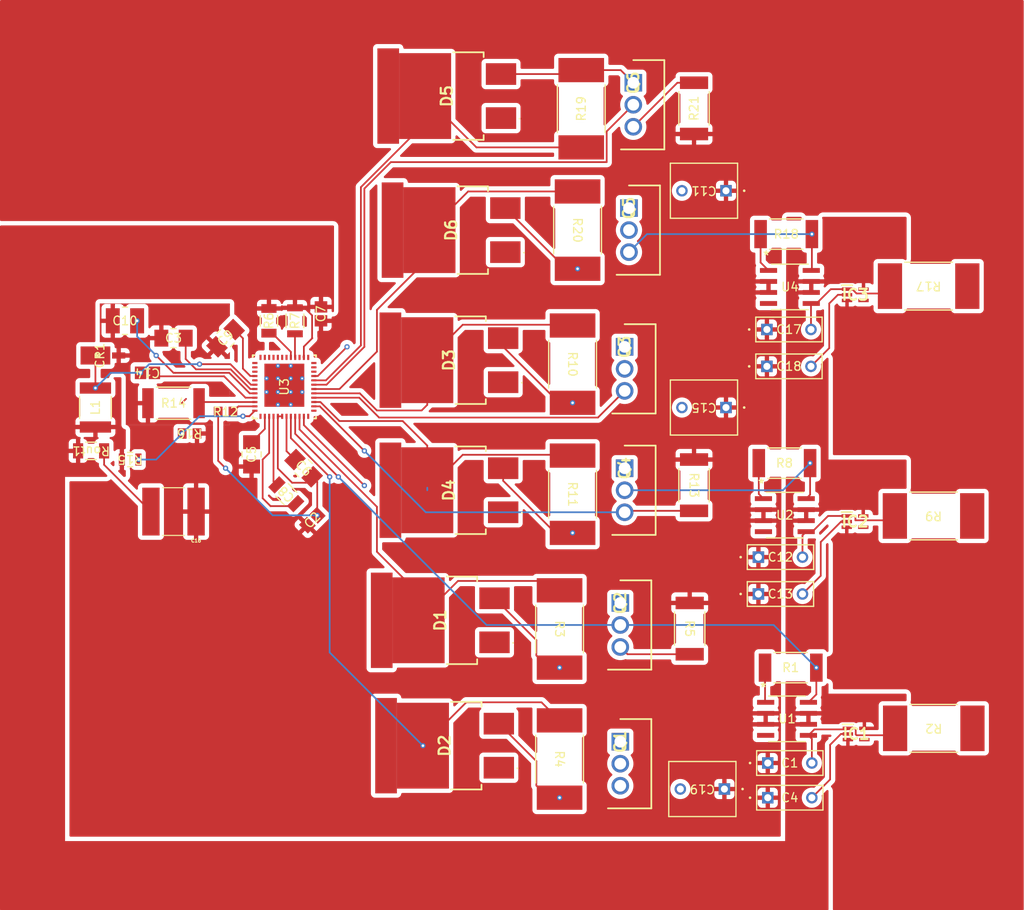
<source format=kicad_pcb>
(kicad_pcb (version 20241229) (generator "pcbnew") (generator_version "9.0")
  (layers (0 "F.Cu" signal) (4 "In1.Cu" signal) (6 "In2.Cu" signal) (2 "B.Cu" signal) (13 "F.Paste" user) (15 "B.Paste" user) (5 "F.SilkS" user "F.Silkscreen") (7 "B.SilkS" user "B.Silkscreen") (1 "F.Mask" user) (3 "B.Mask" user) (25 "Edge.Cuts" user))
  (net 0 "")
  (net 1 "GND")
  (net 2 "Net-(IC3-B)")
  (net 3 "Net-(IC2-B)")
  (net 4 "/ATV Motor Driver/Supply")
  (net 5 "/ATV Motor Driver/SW3")
  (net 6 "/ATV Motor Driver/SW2")
  (net 7 "/ATV Motor Driver/SW1")
  (net 8 "Net-(IC1-B)")
  (net 9 "Net-(D1-A)")
  (net 12 "/ATV Motor Driver/GL_A")
  (net 13 "/ATV Motor Driver/GH_A")
  (net 15 "Net-(D2-A)")
  (net 18 "/ATV Motor Driver/GH_B")
  (net 19 "Net-(D3-A)")
  (net 23 "/ATV Motor Driver/GL_B")
  (net 24 "Net-(D4-A)")
  (net 27 "Net-(D5-A)")
  (net 28 "/ATV Motor Driver/GL_C")
  (net 29 "Net-(D6-A)")
  (net 32 "/ATV Motor Driver/GH_C")
  (net 33 "/ATV Motor Driver/CURRENT_FILTER")
  (net 34 "/ATV Motor Driver/SH_A")
  (net 35 "/ATV Motor Driver/SPA")
  (net 36 "/ATV Motor Driver/SH_B")
  (net 37 "/ATV Motor Driver/SPB")
  (net 38 "/ATV Motor Driver/SH_C")
  (net 39 "/ATV Motor Driver/SPC")
  (net 40 "/ATV Motor Driver/PH_A")
  (net 41 "/ATV Motor Driver/PH_B")
  (net 42 "/ATV Motor Driver/CURRENT_A")
  (net 43 "/ATV Motor Driver/PH_C")
  (net 44 "/ATV Motor Driver/CURRENT_B")
  (net 45 "/ATV Motor Driver/CURRENT_C")
  (net 46 "/DRV8350rhrgzr/Supply")
  (net 47 "Net-(U3-VIN)")
  (net 50 "/DRV8350rhrgzr/SOC")
  (net 51 "/DRV8350rhrgzr/SOA")
  (net 52 "/DRV8350rhrgzr/INLA")
  (net 53 "/DRV8350rhrgzr/SDO")
  (net 54 "/DRV8350rhrgzr/INLB")
  (net 55 "/DRV8350rhrgzr/SOB")
  (net 56 "/DRV8350rhrgzr/INLC")
  (net 57 "/DRV8350rhrgzr/INHA")
  (net 58 "/DRV8350rhrgzr/FAULT")
  (net 59 "/DRV8350rhrgzr/INHC")
  (net 60 "/DRV8350rhrgzr/INHB")
  (net 61 "Net-(U3-VGLS)")
  (net 62 "Net-(U3-VCP)")
  (net 63 "Net-(U3-CPH)")
  (net 64 "Net-(U3-CPL)")
  (net 65 "Net-(U3-VCC)")
  (net 66 "Net-(U3-SW)")
  (net 67 "Net-(U3-BST)")
  (net 68 "Net-(C16-Pad2)")
  (net 69 "Net-(U3-RT_SD)")
  (net 70 "Net-(U3-RCL)")
  (net 71 "Net-(U3-FB)")
  (net 76 "Net-(U3-DVDD)")
  (net 78 "VCC")
  (footprint "ATV_Footprint:RES_VMS-R500-1.0-U_IAT" (layer "F.Cu") (at 108.6411 112)
    (property "Reference" "R1")
    (property "Value" "VMS-R500-1.0-U" (hide yes))
  )
  (footprint "ATV_Footprint:CAP_R82E-7P4X2P6-5P0_KEM" (layer "F.Cu") (at 104.92 99.2556)
    (property "Reference" "C12")
    (property "Value" "R82EC1100AA50J" (hide yes))
  )
  (footprint "ATV_Footprint:RES_3550_TEC" (layer "F.Cu") (at 82 107.54 -90)
    (property "Reference" "R3")
    (property "Value" "35501K0JT" (hide yes))
  )
  (footprint "ATV_Footprint:POWERMITE1_DO-216AA_MIS_MCH" (layer "F.Cu") (at 29.0207 76 90)
    (property "Reference" "CR1")
    (property "Value" "UPS115UE3/TR7" (hide yes))
  )
  (footprint "ATV_Footprint:RES_VMS-R500-1.0-U_IAT" (layer "F.Cu") (at 107.9205 88.4118)
    (property "Reference" "R8")
    (property "Value" "VMS-R500-1.0-U" (hide yes))
  )
  (footprint "ATV_Footprint:CAP_R82E-7P5X6P1-5P0_KEM" (layer "F.Cu") (at 101.1844 82 180)
    (property "Reference" "C15")
    (property "Value" "R82EC4100DQ70J" (hide yes))
  )
  (footprint "ATV_Footprint:CAPC220145_88N_KEM" (layer "F.Cu") (at 34.5 78 180)
    (property "Reference" "C14")
    (property "Value" "C0805C103K1RACAUTO" (hide yes))
  )
  (footprint "ATV_Footprint:RES_3550_TEC" (layer "F.Cu") (at 82 122.54 -90)
    (property "Reference" "R4")
    (property "Value" "35501K0JT" (hide yes))
  )
  (footprint "ATV_Footprint:CAPC370290_115N_KEM" (layer "F.Cu") (at 31.902798 72)
    (property "Reference" "C10")
    (property "Value" "C1210X474K1RACAUTO" (hide yes))
  )
  (footprint "ATV_Footprint:RES_CRCW_0805" (layer "F.Cu") (at 32.5 88 180)
    (property "Reference" "R15")
    (property "Value" "CRCW08053K01FKEA" (hide yes))
  )
  (footprint "ATV_Footprint:CAP_R82E-7P4X2P6-5P0_KEM" (layer "F.Cu") (at 106 123)
    (property "Reference" "C1")
    (property "Value" "R82EC1100AA50J" (hide yes))
  )
  (footprint "ATV_Footprint:TO254P500X1010X2050-3P" (layer "F.Cu") (at 90 59 -90)
    (property "Reference" "Q5")
    (property "Value" "R6020ENXC7G" (hide yes))
  )
  (footprint "ATV_Footprint:RGZ0048L" (layer "F.Cu") (at 50.2763 79.6164 90)
    (property "Reference" "U3")
    (property "Value" "DRV8353RHRGZR" (hide yes))
  )
  (footprint "ATV_Footprint:CAP_R82E-7P4X2P6-5P0_KEM" (layer "F.Cu") (at 104.92 103.5068)
    (property "Reference" "C13")
    (property "Value" "R82EC2150AA50K" (hide yes))
  )
  (footprint "ATV_Footprint:CAPC370195_180N_KEM" (layer "F.Cu") (at 46.5 87.402798 90)
    (property "Reference" "C5")
    (property "Value" "C1206X105K1RACAUTO" (hide yes))
  )
  (footprint "ATV_Footprint:RES_VMS-R500-1.0-U_IAT" (layer "F.Cu") (at 97 107.4967 -90)
    (property "Reference" "R5")
    (property "Value" "VMS-R500-1.0-U" (hide yes))
  )
  (footprint "ATV_Footprint:RES_RMCF1206_STP" (layer "F.Cu") (at 28.0014 87 180)
    (property "Reference" "Rout1")
    (property "Value" "RMCF1206FT3R00" (hide yes))
  )
  (footprint "ATV_Footprint:RES_RMCF2512_STP" (layer "F.Cu") (at 37.5 81.5)
    (property "Reference" "R14")
    (property "Value" "RMCF2512FT332K" (hide yes))
  )
  (footprint "ATV_Footprint:RES_3550_TEC" (layer "F.Cu") (at 125.1344 119 180)
    (property "Reference" "R2")
    (property "Value" "35501K0JT" (hide yes))
  )
  (footprint "ATV_Footprint:CAPC6153X670N" (layer "F.Cu") (at 37.5 94 180)
    (property "Reference" "C16")
    (property "Value" "KRM55WR72A226MH01L" (hide yes))
  )
  (footprint "ATV_Footprint:TO254P500X1010X2050-3P" (layer "F.Cu") (at 90.5 44.5423 -90)
    (property "Reference" "Q6")
    (property "Value" "R6020ENXC7G" (hide yes))
  )
  (footprint "ATV_Footprint:TO254P500X1010X2050-3P" (layer "F.Cu") (at 89.5 89 -90)
    (property "Reference" "Q4")
    (property "Value" "R6020ENXC7G" (hide yes))
  )
  (footprint "ATV_Footprint:CAPC370195_180N_KEM" (layer "F.Cu") (at 43.5 74 45)
    (property "Reference" "C9")
    (property "Value" "C1206X105K1RACAUTO" (hide yes))
  )
  (footprint "ATV_Footprint:SOT65P210X110-5N" (layer "F.Cu") (at 116.0846 69)
    (property "Reference" "IC3")
    (property "Value" "SN74LVC1G66DCKR" (hide yes))
  )
  (footprint "ATV_Footprint:YQ30NL10SEFHTL" (layer "F.Cu") (at 68.5 121 90)
    (property "Reference" "D2")
    (property "Value" "YQ20NL10SDTL" (hide yes))
  )
  (footprint "ATV_Footprint:R_8_ADI" (layer "F.Cu") (at 108.2206 117.905)
    (property "Reference" "U1")
    (property "Value" "AD8418WBRZ" (hide yes))
  )
  (footprint "ATV_Footprint:YQ30NL10SEFHTL" (layer "F.Cu") (at 69 91.54 90)
    (property "Reference" "D4")
    (property "Value" "YQ20NL10SDTL" (hide yes))
  )
  (footprint "ATV_Footprint:SOT65P210X110-5N" (layer "F.Cu") (at 116.1844 119.65)
    (property "Reference" "IC1")
    (property "Value" "SN74LVC1G66DCKR" (hide yes))
  )
  (footprint "ATV_Footprint:RC0805N_PAN" (layer "F.Cu") (at 39.352799 85 180)
    (property "Reference" "R16")
    (property "Value" "ERA-6AEB102V" (hide yes))
  )
  (footprint "ATV_Footprint:RES_3550_TEC" (layer "F.Cu") (at 83.5 77 -90)
    (property "Reference" "R10")
    (property "Value" "35501K0JT" (hide yes))
  )
  (footprint "ATV_Footprint:CAPC220145_110N_KEM" (layer "F.Cu") (at 54.5 71.197201 90)
    (property "Reference" "C7")
    (property "Value" "C0805C104K1RECAUTO" (hide yes))
  )
  (footprint "ATV_Footprint:YQ30NL10SEFHTL" (layer "F.Cu") (at 69 76.54 90)
    (property "Reference" "D3")
    (property "Value" "YQ20NL10SDTL" (hide yes))
  )
  (footprint "ATV_Footprint:CAPC220145_110N_KEM" (layer "F.Cu") (at 53.5 95 45)
    (property "Reference" "C2")
    (property "Value" "C0805C104K1RECAUTO" (hide yes))
  )
  (footprint "ATV_Footprint:RES_3550_TEC" (layer "F.Cu") (at 125.1044 94.5068 180)
    (property "Reference" "R9")
    (property "Value" "35501K0JT" (hide yes))
  )
  (footprint "ATV_Footprint:TO254P500X1010X2050-3P" (layer "F.Cu") (at 89 104.54 -90)
    (property "Reference" "Q2")
    (property "Value" "R6020ENXC7G" (hide yes))
  )
  (footprint "ATV_Footprint:YQ30NL10SEFHTL" (layer "F.Cu") (at 69.25 61.54 90)
    (property "Reference" "D6")
    (property "Value" "YQ20NL10SDTL" (hide yes))
  )
  (footprint "ATV_Footprint:R_8_ADI" (layer "F.Cu") (at 108.5484 68.095)
    (property "Reference" "U4")
    (property "Value" "AD8418WBRZ" (hide yes))
  )
  (footprint "ATV_Footprint:RES_VMS-R500-1.0-U_IAT" (layer "F.Cu") (at 108.1279 62)
    (property "Reference" "R18")
    (property "Value" "VMS-R500-1.0-U" (hide yes))
  )
  (footprint "ATV_Footprint:CAPC370195_180N_KEM" (layer "F.Cu") (at 52.491928 88.991928 -45)
    (property "Reference" "C6")
    (property "Value" "C1206X105K1RACAUTO" (hide yes))
  )
  (footprint "ATV_Footprint:R_8_ADI" (layer "F.Cu") (at 107.9638 94.4118)
    (property "Reference" "U2")
    (property "Value" "AD8418WBRZ" (hide yes))
  )
  (footprint "ATV_Footprint:STA_RMCF1206_STP" (layer "F.Cu") (at 48.5 72 90)
    (property "Reference" "R6")
    (property "Value" "RMCF1206JT1K00" (hide yes))
  )
  (footprint "ATV_Footprint:YQ30NL10SEFHTL" (layer "F.Cu") (at 68.75 46.08 90)
    (property "Reference" "D5")
    (property "Value" "YQ20NL10SDTL" (hide yes))
  )
  (footprint "ATV_Footprint:RES_3550_TEC" (layer "F.Cu") (at 83.5 92 -90)
    (property "Reference" "R11")
    (property "Value" "35501K0JT" (hide yes))
  )
  (footprint "ATV_Footprint:CAP_R82E-7P4X2P6-5P0_KEM" (layer "F.Cu") (at 105.9002 77.2512)
    (property "Reference" "C18")
    (property "Value" "R82EC2150AA50K" (hide yes))
  )
  (footprint "ATV_Footprint:RES_VMS-R500-1.0-U_IAT" (layer "F.Cu") (at 97.5 90.9567 -90)
    (property "Reference" "R13")
    (property "Value" "VMS-R500-1.0-U" (hide yes))
  )
  (footprint "ATV_Footprint:CAP_R82E-7P4X2P6-5P0_KEM" (layer "F.Cu") (at 106 127)
    (property "Reference" "C4")
    (property "Value" "R82EC2150AA50K" (hide yes))
  )
  (footprint "ATV_Footprint:IND_EPCOS_B82432T_EPC" (layer "F.Cu") (at 28.5 82 90)
    (property "Reference" "L1")
    (property "Value" "B82432T1274K000" (hide yes))
  )
  (footprint "ATV_Footprint:CAPC370195_180N_KEM" (layer "F.Cu") (at 37.5 74)
    (property "Reference" "C3")
    (property "Value" "C1206X105K1RACAUTO" (hide yes))
  )
  (footprint "ATV_Footprint:YQ30NL10SEFHTL" (layer "F.Cu") (at 68 106.54 90)
    (property "Reference" "D1")
    (property "Value" "YQ20NL10SDTL" (hide yes))
  )
  (footprint "ATV_Footprint:RC0805N_PAN" (layer "F.Cu") (at 43.5 82.5)
    (property "Reference" "R12")
    (property "Value" "ERJ-6ENF3243V" (hide yes))
  )
  (footprint "ATV_Footprint:TO254P500X1010X2050-3P" (layer "F.Cu") (at 89.5 75 -90)
    (property "Reference" "Q3")
    (property "Value" "R6020ENXC7G" (hide yes))
  )
  (footprint "ATV_Footprint:SOT65P210X110-5N" (layer "F.Cu") (at 116.0544 95.1568)
    (property "Reference" "IC2")
    (property "Value" "SN74LVC1G66DCKR" (hide yes))
  )
  (footprint "ATV_Footprint:RES_VMS-R500-1.0-U_IAT" (layer "F.Cu") (at 97.5 47.499 90)
    (property "Reference" "R21")
    (property "Value" "VMS-R500-1.0-U" (hide yes))
  )
  (footprint "ATV_Footprint:STA_RNCF1206_STP" (layer "F.Cu") (at 51.5 72 90)
    (property "Reference" "R7")
    (property "Value" "RNCF1206TKY10K0" (hide yes))
  )
  (footprint "ATV_Footprint:CAPC340180_180N_KEM" (layer "F.Cu") (at 50.5 92 135)
    (property "Reference" "C8")
    (property "Value" "C1206C474K1RECAUTO" (hide yes))
  )
  (footprint "ATV_Footprint:RES_3550_TEC" (layer "F.Cu") (at 124.5423 68 180)
    (property "Reference" "R17")
    (property "Value" "35501K0JT" (hide yes))
  )
  (footprint "ATV_Footprint:RES_3550_TEC" (layer "F.Cu") (at 84.075 61.54 -90)
    (property "Reference" "R20")
    (property "Value" "35501K0JT" (hide yes))
  )
  (footprint "ATV_Footprint:CAP_R82E-7P5X6P1-5P0_KEM" (layer "F.Cu") (at 101 126 180)
    (property "Reference" "C19")
    (property "Value" "R82EC4100DQ70J" (hide yes))
  )
  (footprint "ATV_Footprint:TO254P500X1010X2050-3P" (layer "F.Cu") (at 89 120.54 -90)
    (property "Reference" "Q1")
    (property "Value" "R6020ENXC7G" (hide yes))
  )
  (footprint "ATV_Footprint:RES_3550_TEC" (layer "F.Cu") (at 84.5 47.5423 90)
    (property "Reference" "R19")
    (property "Value" "35501K0JT" (hide yes))
  )
  (footprint "ATV_Footprint:CAP_R82E-7P5X6P1-5P0_KEM" (layer "F.Cu") (at 101.1844 57 180)
    (property "Reference" "C11")
    (property "Value" "R82EC4100DQ70J" (hide yes))
  )
  (footprint "ATV_Footprint:CAP_R82E-7P4X2P6-5P0_KEM" (layer "F.Cu") (at 105.9002 73)
    (property "Reference" "C17")
    (property "Value" "R82EC1100AA50J" (hide yes))
  )
  (segment (start 42.508072 74.991928) (end 42.508072 75.08727) (width 0.2) (layer "F.Cu") (net 1))
  (segment (start 115.1346 69) (end 114.0846 69) (width 0.2) (layer "F.Cu") (net 2))
  (segment (start 113.0846 70) (end 113.0846 75.1468) (width 0.2) (layer "F.Cu") (net 2))
  (segment (start 114.0846 69) (end 113.0846 70) (width 0.2) (layer "F.Cu") (net 2))
  (segment (start 113.0846 75.1468) (end 110.9802 77.2512) (width 0.2) (layer "F.Cu") (net 2))
  (segment (start 112.1044 97.5068) (end 114.4544 95.1568) (width 0.2) (layer "F.Cu") (net 3))
  (segment (start 114.4544 95.1568) (end 115.1044 95.1568) (width 0.2) (layer "F.Cu") (net 3))
  (segment (start 112.1044 101.4024) (end 112.1044 97.5068) (width 0.2) (layer "F.Cu") (net 3))
  (segment (start 110 103.5068) (end 112.1044 101.4024) (width 0.2) (layer "F.Cu") (net 3))
  (segment (start 119.2336 68.851) (end 120.0846 68) (width 0.2) (layer "F.Cu") (net 5))
  (segment (start 111.6142 70) (end 111.0122 70) (width 0.2) (layer "F.Cu") (net 5))
  (segment (start 120.0846 68) (end 119.9336 67.849) (width 0.2) (layer "F.Cu") (net 5))
  (segment (start 116.2356 68.851) (end 119.2336 68.851) (width 0.2) (layer "F.Cu") (net 5))
  (segment (start 111.0122 70) (end 111.7234 70) (width 0.2) (layer "F.Cu") (net 5))
  (segment (start 110.9802 73) (end 110.9802 70.032) (width 0.2) (layer "F.Cu") (net 5))
  (segment (start 110.9802 70.032) (end 111.0122 70) (width 0.2) (layer "F.Cu") (net 5))
  (segment (start 113.2642 68.35) (end 111.6142 70) (width 0.2) (layer "F.Cu") (net 5))
  (segment (start 115.7346 68.35) (end 116.2356 68.851) (width 0.2) (layer "F.Cu") (net 5))
  (segment (start 115.1346 68.35) (end 113.2642 68.35) (width 0.2) (layer "F.Cu") (net 5))
  (segment (start 115.1346 68.35) (end 115.7346 68.35) (width 0.2) (layer "F.Cu") (net 5))
  (segment (start 116.1034 94.5068) (end 116.1034 95.0078) (width 0.2) (layer "F.Cu") (net 6))
  (segment (start 115.1044 94.5068) (end 116.1034 94.5068) (width 0.2) (layer "F.Cu") (net 6))
  (segment (start 110.4276 96.3168) (end 111.1388 96.3168) (width 0.2) (layer "F.Cu") (net 6))
  (segment (start 110 96.7444) (end 110.4276 96.3168) (width 0.2) (layer "F.Cu") (net 6))
  (segment (start 111.1388 96.3168) (end 112.9488 94.5068) (width 0.2) (layer "F.Cu") (net 6))
  (segment (start 112.9488 94.5068) (end 115.1044 94.5068) (width 0.2) (layer "F.Cu") (net 6))
  (segment (start 110 99.2556) (end 110 96.7444) (width 0.2) (layer "F.Cu") (net 6))
  (segment (start 116.1034 95.0078) (end 120.1457 95.0078) (width 0.2) (layer "F.Cu") (net 6))
  (segment (start 120.1457 95.0078) (end 120.6467 94.5068) (width 0.2) (layer "F.Cu") (net 6))
  (segment (start 111.08 123) (end 111.08 120.2056) (width 0.2) (layer "F.Cu") (net 7))
  (segment (start 111.08 120.2056) (end 110.6844 119.81) (width 0.2) (layer "F.Cu") (net 7))
  (segment (start 110.6844 119.81) (end 111.3956 119.81) (width 0.2) (layer "F.Cu") (net 7))
  (segment (start 116.2374 119.799) (end 116.1354 119.697) (width 0.2) (layer "F.Cu") (net 7))
  (segment (start 116.1354 119.697) (end 116.1354 119.101) (width 0.2) (layer "F.Cu") (net 7))
  (segment (start 115.114 119.1204) (end 111.374 119.1204) (width 0.2) (layer "F.Cu") (net 7))
  (segment (start 119.8777 119.799) (end 116.2374 119.799) (width 0.2) (layer "F.Cu") (net 7))
  (segment (start 115.2344 119) (end 115.114 119.1204) (width 0.2) (layer "F.Cu") (net 7))
  (segment (start 111.374 119.1204) (end 110.6844 119.81) (width 0.2) (layer "F.Cu") (net 7))
  (segment (start 116.1354 119.101) (end 116.0344 119) (width 0.2) (layer "F.Cu") (net 7))
  (segment (start 120.6767 119) (end 119.8777 119.799) (width 0.2) (layer "F.Cu") (net 7))
  (segment (start 116.0344 119) (end 115.2344 119) (width 0.2) (layer "F.Cu") (net 7))
  (segment (start 114.4344 119.65) (end 113.1844 120.9) (width 0.2) (layer "F.Cu") (net 8))
  (segment (start 113.1844 124.8956) (end 111.08 127) (width 0.2) (layer "F.Cu") (net 8))
  (segment (start 115.2344 119.65) (end 114.4344 119.65) (width 0.2) (layer "F.Cu") (net 8))
  (segment (start 113.1844 120.9) (end 113.1844 124.8956) (width 0.2) (layer "F.Cu") (net 8))
  (segment (start 79.3209 110.591736) (end 80.726864 111.9977) (width 0.2) (layer "F.Cu") (net 9))
  (segment (start 74.5 104) (end 79.3209 108.8209) (width 0.2) (layer "F.Cu") (net 9))
  (segment (start 80.726864 111.9977) (end 82 111.9977) (width 0.2) (layer "F.Cu") (net 9))
  (segment (start 79.3209 108.8209) (end 79.3209 110.591736) (width 0.2) (layer "F.Cu") (net 9))
  (via (at 82 111.9977) (size 0.6) (drill 0.3) (layers "F.Cu" "B.Cu") (net 9))
  (segment (start 70.29 102) (end 80.9177 102) (width 0.2) (layer "F.Cu") (net 12))
  (segment (start 65.75 106.54) (end 70.29 102) (width 0.2) (layer "F.Cu") (net 12))
  (segment (start 60.949 98.637) (end 65.75 103.438) (width 0.2) (layer "F.Cu") (net 12))
  (segment (start 52.026302 84.526302) (end 60.949 93.449) (width 0.2) (layer "F.Cu") (net 12))
  (segment (start 65.75 103.438) (end 65.75 106.54) (width 0.2) (layer "F.Cu") (net 12))
  (segment (start 60.949 93.449) (end 60.949 98.637) (width 0.2) (layer "F.Cu") (net 12))
  (segment (start 80.9177 102) (end 82 103.0823) (width 0.2) (layer "F.Cu") (net 12))
  (segment (start 52.026302 83.016401) (end 52.026302 84.526302) (width 0.2) (layer "F.Cu") (net 12))
  (segment (start 51.026301 83.016401) (end 51.026301 85.526301) (width 0.2) (layer "F.Cu") (net 13))
  (segment (start 51.026301 85.526301) (end 55.5 90) (width 0.2) (layer "F.Cu") (net 13))
  (segment (start 71.25 116) (end 66.25 121) (width 0.2) (layer "F.Cu") (net 13))
  (segment (start 79.9177 116) (end 71.25 116) (width 0.2) (layer "F.Cu") (net 13))
  (segment (start 82 118.0823) (end 79.9177 116) (width 0.2) (layer "F.Cu") (net 13))
  (via (at 55.5 90) (size 0.6) (drill 0.3) (layers "F.Cu" "B.Cu") (net 13))
  (via (at 66.25 121) (size 0.6) (drill 0.3) (layers "F.Cu" "B.Cu") (net 13))
  (segment (start 55.5 110.25) (end 66.25 121) (width 0.2) (layer "B.Cu") (net 13))
  (segment (start 55.5 90) (end 55.5 110.25) (width 0.2) (layer "B.Cu") (net 13))
  (segment (start 75 118.46) (end 79.3209 122.7809) (width 0.2) (layer "F.Cu") (net 15))
  (segment (start 79.3209 122.7809) (end 79.3209 125.591736) (width 0.2) (layer "F.Cu") (net 15))
  (segment (start 79.3209 125.591736) (end 80.726864 126.9977) (width 0.2) (layer "F.Cu") (net 15))
  (segment (start 80.726864 126.9977) (end 82 126.9977) (width 0.2) (layer "F.Cu") (net 15))
  (via (at 82 126.9977) (size 0.6) (drill 0.3) (layers "F.Cu" "B.Cu") (net 15))
  (segment (start 83.4067 72.449) (end 70.841 72.449) (width 0.2) (layer "F.Cu") (net 18))
  (segment (start 60.949 82.341) (end 66.099 82.341) (width 0.2) (layer "F.Cu") (net 18))
  (segment (start 66.75 81.69) (end 66.75 76.54) (width 0.2) (layer "F.Cu") (net 18))
  (segment (start 58.974398 80.366398) (end 60.949 82.341) (width 0.2) (layer "F.Cu") (net 18))
  (segment (start 53.676301 80.366398) (end 58.974398 80.366398) (width 0.2) (layer "F.Cu") (net 18))
  (segment (start 70.841 72.449) (end 66.75 76.54) (width 0.2) (layer "F.Cu") (net 18))
  (segment (start 66.099 82.341) (end 66.75 81.69) (width 0.2) (layer "F.Cu") (net 18))
  (segment (start 83.5 72.5423) (end 83.4067 72.449) (width 0.2) (layer "F.Cu") (net 18))
  (segment (start 81.9577 81.4577) (end 83.5 81.4577) (width 0.2) (layer "F.Cu") (net 19))
  (segment (start 75.5 75) (end 81.9577 81.4577) (width 0.2) (layer "F.Cu") (net 19))
  (segment (start 75.5 74) (end 75.5 75) (width 0.2) (layer "F.Cu") (net 19))
  (via (at 83.5 81.4577) (size 0.6) (drill 0.3) (layers "F.Cu" "B.Cu") (net 19))
  (segment (start 83.5 87.5423) (end 83.4067 87.449) (width 0.2) (layer "F.Cu") (net 23))
  (segment (start 63.9167 83.5567) (end 56.6238 83.5567) (width 0.2) (layer "F.Cu") (net 23))
  (segment (start 66.75 86.39) (end 63.9167 83.5567) (width 0.2) (layer "F.Cu") (net 23))
  (segment (start 66.75 91.54) (end 66.75 86.39) (width 0.2) (layer "F.Cu") (net 23))
  (segment (start 83.4067 87.449) (end 70.841 87.449) (width 0.2) (layer "F.Cu") (net 23))
  (segment (start 56.6238 83.5567) (end 54.433499 81.366399) (width 0.2) (layer "F.Cu") (net 23))
  (segment (start 54.433499 81.366399) (end 53.676301 81.366399) (width 0.2) (layer "F.Cu") (net 23))
  (segment (start 70.841 87.449) (end 66.75 91.54) (width 0.2) (layer "F.Cu") (net 23))
  (segment (start 66.75 91.25) (end 66.75 91.54) (width 0.2) (layer "B.Cu") (net 23))
  (segment (start 81.5077 96.4577) (end 83.5 96.4577) (width 0.2) (layer "F.Cu") (net 24))
  (segment (start 75.5 89) (end 75.5 90.45) (width 0.2) (layer "F.Cu") (net 24))
  (segment (start 75.5 90.45) (end 81.5077 96.4577) (width 0.2) (layer "F.Cu") (net 24))
  (via (at 83.5 96.4577) (size 0.6) (drill 0.3) (layers "F.Cu" "B.Cu") (net 24))
  (segment (start 75.25 43.54) (end 84.0446 43.54) (width 0.2) (layer "F.Cu") (net 27))
  (segment (start 89.0423 43.0846) (end 90.5 44.5423) (width 0.2) (layer "F.Cu") (net 27))
  (segment (start 84.0446 43.54) (end 84.5 43.0846) (width 0.2) (layer "F.Cu") (net 27))
  (segment (start 84.5 43.0846) (end 89.0423 43.0846) (width 0.2) (layer "F.Cu") (net 27))
  (segment (start 72.42 52) (end 66.5 46.08) (width 0.2) (layer "F.Cu") (net 28))
  (segment (start 66.5 49.182) (end 59.099 56.583) (width 0.2) (layer "F.Cu") (net 28))
  (segment (start 59.099 56.583) (end 59.099 74.8339) (width 0.2) (layer "F.Cu") (net 28))
  (segment (start 59.099 74.8339) (end 55.066501 78.866399) (width 0.2) (layer "F.Cu") (net 28))
  (segment (start 66.5 46.08) (end 66.5 49.182) (width 0.2) (layer "F.Cu") (net 28))
  (segment (start 84.5 52) (end 72.42 52) (width 0.2) (layer "F.Cu") (net 28))
  (segment (start 55.066501 78.866399) (end 53.676301 78.866399) (width 0.2) (layer "F.Cu") (net 28))
  (segment (start 82.7477 65.9977) (end 84.075 65.9977) (width 0.2) (layer "F.Cu") (net 29))
  (segment (start 75.75 59) (end 82.7477 65.9977) (width 0.2) (layer "F.Cu") (net 29))
  (via (at 84.075 65.9977) (size 0.6) (drill 0.3) (layers "F.Cu" "B.Cu") (net 29))
  (segment (start 71.4577 57.0823) (end 84.075 57.0823) (width 0.2) (layer "F.Cu") (net 32))
  (segment (start 60.949 75.551) (end 60.949 70.739) (width 0.2) (layer "F.Cu") (net 32))
  (segment (start 56.6336 79.8664) (end 60.949 75.551) (width 0.2) (layer "F.Cu") (net 32))
  (segment (start 67 61.54) (end 71.4577 57.0823) (width 0.2) (layer "F.Cu") (net 32))
  (segment (start 67 64.688) (end 67 61.54) (width 0.2) (layer "F.Cu") (net 32))
  (segment (start 60.949 70.739) (end 67 64.688) (width 0.2) (layer "F.Cu") (net 32))
  (segment (start 53.676301 79.8664) (end 56.6336 79.8664) (width 0.2) (layer "F.Cu") (net 32))
  (segment (start 51.5263 83.016401) (end 51.5263 85.0263) (width 0.2) (layer "F.Cu") (net 34))
  (segment (start 111.5978 115.0866) (end 111.5978 112) (width 0.2) (layer "F.Cu") (net 34))
  (segment (start 51.5263 85.0263) (end 56.5 90) (width 0.2) (layer "F.Cu") (net 34))
  (segment (start 110.6844 116) (end 111.5978 115.0866) (width 0.2) (layer "F.Cu") (net 34))
  (via (at 111.5978 112) (size 0.6) (drill 0.3) (layers "F.Cu" "B.Cu") (net 34))
  (via (at 56.5 90) (size 0.6) (drill 0.3) (layers "F.Cu" "B.Cu") (net 34))
  (segment (start 106.6778 107.08) (end 111.5978 112) (width 0.2) (layer "B.Cu") (net 34))
  (segment (start 56.5 90) (end 73.58 107.08) (width 0.2) (layer "B.Cu") (net 34))
  (segment (start 89 107.08) (end 106.6778 107.08) (width 0.2) (layer "B.Cu") (net 34))
  (segment (start 73.58 107.08) (end 89 107.08) (width 0.2) (layer "B.Cu") (net 34))
  (segment (start 52.526301 84.026301) (end 59.5 91) (width 0.2) (layer "F.Cu") (net 35))
  (segment (start 97 110.4534) (end 89.8334 110.4534) (width 0.2) (layer "F.Cu") (net 35))
  (segment (start 52.526301 83.016401) (end 52.526301 84.026301) (width 0.2) (layer "F.Cu") (net 35))
  (segment (start 89.8334 110.4534) (end 89 109.62) (width 0.2) (layer "F.Cu") (net 35))
  (via (at 59.5 91) (size 0.6) (drill 0.3) (layers "F.Cu" "B.Cu") (net 35))
  (segment (start 53.676301 80.8664) (end 58.9073 80.8664) (width 0.2) (layer "F.Cu") (net 36))
  (segment (start 110.8772 88.4118) (end 110.8772 92.0572) (width 0.2) (layer "F.Cu") (net 36))
  (segment (start 58.9073 80.8664) (end 61.1966 83.1557) (width 0.2) (layer "F.Cu") (net 36))
  (segment (start 110.8772 92.0572) (end 110.4276 92.5068) (width 0.2) (layer "F.Cu") (net 36))
  (segment (start 61.1966 83.1557) (end 86.4243 83.1557) (width 0.2) (layer "F.Cu") (net 36))
  (segment (start 86.4243 83.1557) (end 89.5 80.08) (width 0.2) (layer "F.Cu") (net 36))
  (via (at 110.8772 88.4118) (size 0.6) (drill 0.3) (layers "F.Cu" "B.Cu") (net 36))
  (segment (start 107.749 91.54) (end 110.8772 88.4118) (width 0.2) (layer "B.Cu") (net 36))
  (segment (start 89.5 91.54) (end 107.749 91.54) (width 0.2) (layer "B.Cu") (net 36))
  (segment (start 54.366401 81.866401) (end 59.5 87) (width 0.2) (layer "F.Cu") (net 37))
  (segment (start 97.5 93.9134) (end 89.6666 93.9134) (width 0.2) (layer "F.Cu") (net 37))
  (segment (start 53.676301 81.866401) (end 54.366401 81.866401) (width 0.2) (layer "F.Cu") (net 37))
  (segment (start 89.6666 93.9134) (end 89.5 94.08) (width 0.2) (layer "F.Cu") (net 37))
  (via (at 59.5 87) (size 0.6) (drill 0.3) (layers "F.Cu" "B.Cu") (net 37))
  (segment (start 59.5 87) (end 66.58 94.08) (width 0.2) (layer "B.Cu") (net 37))
  (segment (start 66.58 94.08) (end 89.5 94.08) (width 0.2) (layer "B.Cu") (net 37))
  (segment (start 111.0846 62) (end 111.0846 66.1176) (width 0.2) (layer "F.Cu") (net 38))
  (segment (start 55.1336 79.3664) (end 59.5 75) (width 0.2) (layer "F.Cu") (net 38))
  (segment (start 87.4299 53.698) (end 87.4299 50.1524) (width 0.2) (layer "F.Cu") (net 38))
  (segment (start 59.5 75) (end 59.5 56.7491) (width 0.2) (layer "F.Cu") (net 38))
  (segment (start 62.5511 53.698) (end 87.4299 53.698) (width 0.2) (layer "F.Cu") (net 38))
  (segment (start 87.4299 50.1524) (end 90.5 47.0823) (width 0.2) (layer "F.Cu") (net 38))
  (segment (start 59.5 56.7491) (end 62.5511 53.698) (width 0.2) (layer "F.Cu") (net 38))
  (segment (start 53.676301 79.3664) (end 55.1336 79.3664) (width 0.2) (layer "F.Cu") (net 38))
  (segment (start 111.0846 66.1176) (end 111.0122 66.19) (width 0.2) (layer "F.Cu") (net 38))
  (via (at 111.0846 62) (size 0.6) (drill 0.3) (layers "F.Cu" "B.Cu") (net 38))
  (segment (start 92.08 62) (end 111.0846 62) (width 0.2) (layer "B.Cu") (net 38))
  (segment (start 90 64.08) (end 92.08 62) (width 0.2) (layer "B.Cu") (net 38))
  (segment (start 57.5 75) (end 54.1336 78.3664) (width 0.2) (layer "F.Cu") (net 39))
  (segment (start 54.1336 78.3664) (end 53.676301 78.3664) (width 0.2) (layer "F.Cu") (net 39))
  (segment (start 90.5 49.6223) (end 95.58 44.5423) (width 0.2) (layer "F.Cu") (net 39))
  (segment (start 95.58 44.5423) (end 97.5 44.5423) (width 0.2) (layer "F.Cu") (net 39))
  (via (at 57.5 75) (size 0.6) (drill 0.3) (layers "F.Cu" "B.Cu") (net 39))
  (segment (start 105.6844 112) (end 105.6844 115.9276) (width 0.2) (layer "F.Cu") (net 40))
  (segment (start 105.6844 115.9276) (end 105.7568 116) (width 0.2) (layer "F.Cu") (net 40))
  (segment (start 104.9638 88.4118) (end 104.9638 91.9706) (width 0.2) (layer "F.Cu") (net 41))
  (segment (start 104.9638 91.9706) (end 105.5 92.5068) (width 0.2) (layer "F.Cu") (net 41))
  (segment (start 105.1712 62) (end 105.1712 65.2766) (width 0.2) (layer "F.Cu") (net 43))
  (segment (start 105.1712 65.2766) (end 106.0846 66.19) (width 0.2) (layer "F.Cu") (net 43))
  (segment (start 42.647201 82.5) (end 42.647201 88.147201) (width 0.2) (layer "F.Cu") (net 46))
  (segment (start 49.526302 83.016401) (end 49.526302 89.026302) (width 0.2) (layer "F.Cu") (net 46))
  (segment (start 49.526302 89.026302) (end 51.173284 90.673284) (width 0.2) (layer "F.Cu") (net 46))
  (segment (start 51.173284 90.673284) (end 52.794428 90.673284) (width 0.2) (layer "F.Cu") (net 46))
  (segment (start 42.647201 88.147201) (end 43.5 89) (width 0.2) (layer "F.Cu") (net 46))
  (segment (start 49.526302 83.016401) (end 50.0263 83.016401) (width 0.2) (layer "F.Cu") (net 46))
  (segment (start 52.794428 90.673284) (end 53.483856 89.983856) (width 0.2) (layer "F.Cu") (net 46))
  (segment (start 54.067665 90.567665) (end 53.483856 89.983856) (width 0.2) (layer "F.Cu") (net 46))
  (segment (start 54.067665 94.432335) (end 54.067665 90.567665) (width 0.2) (layer "F.Cu") (net 46))
  (via (at 54.067665 94.432335) (size 0.6) (drill 0.3) (layers "F.Cu" "B.Cu") (net 46))
  (via (at 43.5 89) (size 0.6) (drill 0.3) (layers "F.Cu" "B.Cu") (net 46))
  (segment (start 43.5 89) (end 48.932335 94.432335) (width 0.2) (layer "B.Cu") (net 46))
  (segment (start 48.932335 94.432335) (end 54.067665 94.432335) (width 0.2) (layer "B.Cu") (net 46))
  (segment (start 46.3543 79.8664) (end 46.876299 79.8664) (width 0.2) (layer "F.Cu") (net 47))
  (segment (start 44.0869 77.599) (end 46.3543 79.8664) (width 0.2) (layer "F.Cu") (net 47))
  (segment (start 38.902798 74) (end 38.902798 76.402798) (width 0.2) (layer "F.Cu") (net 47))
  (segment (start 40.099 77.599) (end 44.0869 77.599) (width 0.2) (layer "F.Cu") (net 47))
  (segment (start 38.902798 76.402798) (end 40.099 77.599) (width 0.2) (layer "F.Cu") (net 47))
  (segment (start 51.026301 75.580401) (end 51.026301 76.216399) (width 0.2) (layer "F.Cu") (net 53))
  (segment (start 48.5 73.4224) (end 48.8683 73.4224) (width 0.2) (layer "F.Cu") (net 53))
  (segment (start 48.8683 73.4224) (end 51.026301 75.580401) (width 0.2) (layer "F.Cu") (net 53))
  (segment (start 51.5 76.190099) (end 51.5263 76.216399) (width 0.2) (layer "F.Cu") (net 58))
  (segment (start 51.5 73.4986) (end 51.5 76.190099) (width 0.2) (layer "F.Cu") (net 58))
  (segment (start 48.026299 84.473701) (end 48.026299 83.016401) (width 0.2) (layer "F.Cu") (net 61))
  (segment (start 46.5 86) (end 48.026299 84.473701) (width 0.2) (layer "F.Cu") (net 61))
  (segment (start 50.5263 87.0263) (end 50.5263 83.016401) (width 0.2) (layer "F.Cu") (net 62))
  (segment (start 51.5 88) (end 50.5263 87.0263) (width 0.2) (layer "F.Cu") (net 62))
  (segment (start 49.419684 90.919684) (end 49.0263 90.5263) (width 0.2) (layer "F.Cu") (net 63))
  (segment (start 49.0263 90.5263) (end 49.0263 83.016401) (width 0.2) (layer "F.Cu") (net 63))
  (segment (start 47.775998 92.46139) (end 47.775998 88) (width 0.2) (layer "F.Cu") (net 64))
  (segment (start 47.775998 88) (end 48.526301 87.249697) (width 0.2) (layer "F.Cu") (net 64))
  (segment (start 48.526301 87.249697) (end 48.526301 83.016401) (width 0.2) (layer "F.Cu") (net 64))
  (segment (start 48.687266 93.372658) (end 47.775998 92.46139) (width 0.2) (layer "F.Cu") (net 64))
  (segment (start 51.287974 93.372658) (end 48.687266 93.372658) (width 0.2) (layer "F.Cu") (net 64))
  (segment (start 51.580316 93.080316) (end 51.287974 93.372658) (width 0.2) (layer "F.Cu") (net 64))
  (segment (start 37.717406 78) (end 43.9208 78) (width 0.2) (layer "F.Cu") (net 65))
  (segment (start 46.287198 80.366398) (end 46.876299 80.366398) (width 0.2) (layer "F.Cu") (net 65))
  (segment (start 37.5 78) (end 35.5 76) (width 0.2) (layer "F.Cu") (net 65))
  (segment (start 43.9208 78) (end 46.287198 80.366398) (width 0.2) (layer "F.Cu") (net 65))
  (segment (start 33.305596 72) (end 33.5 72) (width 0.2) (layer "F.Cu") (net 65))
  (segment (start 37.717406 78) (end 37.5 78) (width 0.2) (layer "F.Cu") (net 65))
  (via (at 35.5 76) (size 0.6) (drill 0.3) (layers "F.Cu" "B.Cu") (net 65))
  (via (at 33.305596 72) (size 0.6) (drill 0.3) (layers "F.Cu" "B.Cu") (net 65))
  (segment (start 33.305596 73.805596) (end 33.305596 72) (width 0.2) (layer "B.Cu") (net 65))
  (segment (start 35.5 76) (end 33.305596 73.805596) (width 0.2) (layer "B.Cu") (net 65))
  (segment (start 46.4214 79.3664) (end 44.054 76.999) (width 0.2) (layer "F.Cu") (net 66))
  (segment (start 44.054 76.999) (end 40.5 76.999) (width 0.2) (layer "F.Cu") (net 66))
  (segment (start 28.5 76) (end 28.5 79.7521) (width 0.2) (layer "F.Cu") (net 66))
  (segment (start 46.876299 79.3664) (end 46.4214 79.3664) (width 0.2) (layer "F.Cu") (net 66))
  (via (at 33.697201 78) (size 0.6) (drill 0.3) (layers "F.Cu" "B.Cu") (net 66))
  (via (at 40.5 76.999) (size 0.6) (drill 0.3) (layers "F.Cu" "B.Cu") (net 66))
  (via (at 28.5 79.7521) (size 0.6) (drill 0.3) (layers "F.Cu" "B.Cu") (net 66))
  (segment (start 34.698201 76.999) (end 33.697201 78) (width 0.2) (layer "B.Cu") (net 66))
  (segment (start 40.5 76.999) (end 34.698201 76.999) (width 0.2) (layer "B.Cu") (net 66))
  (segment (start 33.697201 78) (end 30.2521 78) (width 0.2) (layer "B.Cu") (net 66))
  (segment (start 30.2521 78) (end 28.5 79.7521) (width 0.2) (layer "B.Cu") (net 66))
  (segment (start 46.876299 80.8664) (end 45.7993 80.8664) (width 0.2) (layer "F.Cu") (net 67))
  (segment (start 43.3339 78.401) (end 35.703799 78.401) (width 0.2) (layer "F.Cu") (net 67))
  (segment (start 45.7993 80.8664) (end 43.3339 78.401) (width 0.2) (layer "F.Cu") (net 67))
  (segment (start 35.703799 78.401) (end 35.302799 78) (width 0.2) (layer "F.Cu") (net 67))
  (segment (start 29.5 88.603) (end 34.897 94) (width 0.2) (layer "F.Cu") (net 68))
  (segment (start 29.5 87) (end 29.5 88.603) (width 0.2) (layer "F.Cu") (net 68))
  (segment (start 44.986398 81.866401) (end 46.876299 81.866401) (width 0.2) (layer "F.Cu") (net 69))
  (segment (start 44.352799 82.5) (end 44.986398 81.866401) (width 0.2) (layer "F.Cu") (net 69))
  (segment (start 40.4464 81.5) (end 40.580001 81.366399) (width 0.2) (layer "F.Cu") (net 70))
  (segment (start 38.9464 81) (end 38.4464 81.5) (width 0.2) (layer "F.Cu") (net 70))
  (segment (start 40.580001 81.366399) (end 46.876299 81.366399) (width 0.2) (layer "F.Cu") (net 70))
  (segment (start 33.4525 88) (end 33.5 88) (width 0.2) (layer "F.Cu") (net 71))
  (segment (start 45.5 83) (end 46.242699 83) (width 0.2) (layer "F.Cu") (net 71))
  (segment (start 46.242699 83) (end 46.876299 82.3664) (width 0.2) (layer "F.Cu") (net 71))
  (segment (start 38.5 85) (end 38.5 84.861565) (width 0.2) (layer "F.Cu") (net 71))
  (via (at 33.5 88) (size 0.6) (drill 0.3) (layers "F.Cu" "B.Cu") (net 71))
  (via (at 45.5 83) (size 0.6) (drill 0.3) (layers "F.Cu" "B.Cu") (net 71))
  (via (at 38.5 85) (size 0.6) (drill 0.3) (layers "F.Cu" "B.Cu") (net 71))
  (segment (start 35.5 88) (end 38.5 85) (width 0.2) (layer "B.Cu") (net 71))
  (segment (start 38.5 85) (end 40.5 83) (width 0.2) (layer "B.Cu") (net 71))
  (segment (start 40.5 83) (end 45.5 83) (width 0.2) (layer "B.Cu") (net 71))
  (segment (start 33.5 88) (end 35.5 88) (width 0.2) (layer "B.Cu") (net 71))
  (segment (start 45.5 74.016144) (end 45.5 77.512098) (width 0.2) (layer "F.Cu") (net 76))
  (segment (start 45.5 77.512098) (end 46.354302 78.3664) (width 0.2) (layer "F.Cu") (net 76))
  (segment (start 46.354302 78.3664) (end 46.876299 78.3664) (width 0.2) (layer "F.Cu") (net 76))
  (segment (start 44.491928 73.008072) (end 45.5 74.016144) (width 0.2) (layer "F.Cu") (net 76))
  (segment (start 53.474002 71.373702) (end 52.6017 70.5014) (width 0.2) (layer "F.Cu") (net 78))
  (segment (start 52.526301 74.973699) (end 53.5 74) (width 0.2) (layer "F.Cu") (net 78))
  (segment (start 53.474002 73.974002) (end 53.474002 71.373702) (width 0.2) (layer "F.Cu") (net 78))
  (segment (start 110.7254 118.499) (end 110.6844 118.54) (width 0.2) (layer "F.Cu") (net 78))
  (segment (start 52.474002 76.1641) (end 52.526301 76.216399) (width 0.2) (layer "F.Cu") (net 78))
  (segment (start 52.526301 76.216399) (end 52.526301 74.973699) (width 0.2) (layer "F.Cu") (net 78))
  (segment (start 110.6844 117.27) (end 110.6844 118.54) (width 0.2) (layer "F.Cu") (net 78))
  (segment (start 53.5 74) (end 53.474002 73.974002) (width 0.2) (layer "F.Cu") (net 78))
  (segment (start 52.6017 70.5014) (end 51.5 70.5014) (width 0.2) (layer "F.Cu") (net 78))
  (zone (net 78) (net_name "VCC") (layer "F.Cu") (priority 1) (connect_pads (clearance 0.5)) (min_thickness 0.25) (fill yes (thermal_gap 0.5) (thermal_bridge_width 0.5) (island_removal_mode 1) (island_area_min 10))
    (polygon (pts (xy 56 71) (xy 48 71) (xy 48 80) (xy 32 80) (xy 32 90) (xy 25 90) (xy 25 132) (xy 108 132) (xy 108.1279 60) (xy 122 60) (xy 122 69) (xy 113 69) (xy 113 88) (xy 122 88) (xy 122 95) (xy 113 95) (xy 113 115) (xy 122 115) (xy 122 120) (xy 113 120) (xy 113 140) (xy 17.5 140) (xy 17.5 61) (xy 44 61) (xy 44 61) (xy 56 61)))
  )
  (zone (net 1) (net_name "GND") (layer "F.Cu") (priority 3) (connect_pads (clearance 0.5)) (min_thickness 0.25) (fill yes (thermal_gap 0.5) (thermal_bridge_width 0.5) (island_removal_mode 1) (island_area_min 10))
    (polygon (pts (xy 44 84) (xy 44 70) (xy 29 70) (xy 29 78) (xy 32 78) (xy 32 84)))
  )
  (zone (net 1) (net_name "GND") (layer "F.Cu") (connect_pads (clearance 0.5)) (min_thickness 0.25) (fill yes (thermal_gap 0.5) (thermal_bridge_width 0.5) (island_removal_mode 1) (island_area_min 10))
    (polygon (pts (xy 135.5 140) (xy 135.5 35) (xy 17.5 35) (xy 17.5 140)))
  )
)
</source>
